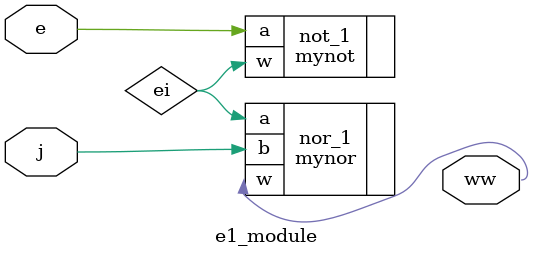
<source format=v>
`timescale 1ns/1ns
module e1_module(input j, e, output ww);
	wire ei;
	mynot not_1(.a(e), .w(ei));
	mynor nor_1(.a(ei), .b(j), .w(ww));
endmodule

</source>
